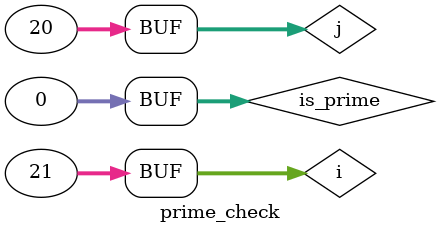
<source format=sv>
module prime_check;
int i, j, is_prime;

initial begin
$display("Prime numbers from 1 to 20:");
for (i = 2; i <= 20; i = i + 1) begin
  is_prime = 1;
  for (j = 2; j < i; j = j + 1) begin
    if (i % j == 0)
      is_prime = 0;
  end
  if (is_prime)
    $display("%0d is Prime", i);
end
end
endmodule


</source>
